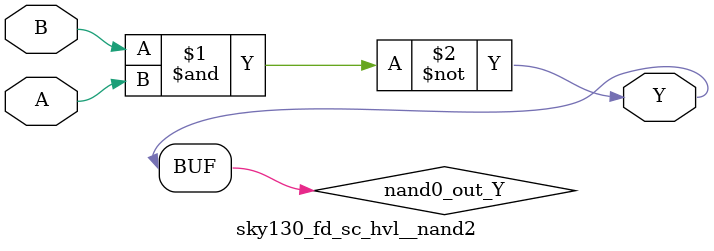
<source format=v>
/*
 * Copyright 2020 The SkyWater PDK Authors
 *
 * Licensed under the Apache License, Version 2.0 (the "License");
 * you may not use this file except in compliance with the License.
 * You may obtain a copy of the License at
 *
 *     https://www.apache.org/licenses/LICENSE-2.0
 *
 * Unless required by applicable law or agreed to in writing, software
 * distributed under the License is distributed on an "AS IS" BASIS,
 * WITHOUT WARRANTIES OR CONDITIONS OF ANY KIND, either express or implied.
 * See the License for the specific language governing permissions and
 * limitations under the License.
 *
 * SPDX-License-Identifier: Apache-2.0
*/


`ifndef SKY130_FD_SC_HVL__NAND2_FUNCTIONAL_V
`define SKY130_FD_SC_HVL__NAND2_FUNCTIONAL_V

/**
 * nand2: 2-input NAND.
 *
 * Verilog simulation functional model.
 */

`timescale 1ns / 1ps
`default_nettype none

`celldefine
module sky130_fd_sc_hvl__nand2 (
    Y,
    A,
    B
);

    // Module ports
    output Y;
    input  A;
    input  B;

    // Local signals
    wire nand0_out_Y;

    //   Name   Output       Other arguments
    nand nand0 (nand0_out_Y, B, A           );
    buf  buf0  (Y          , nand0_out_Y    );

endmodule
`endcelldefine

`default_nettype wire
`endif  // SKY130_FD_SC_HVL__NAND2_FUNCTIONAL_V

</source>
